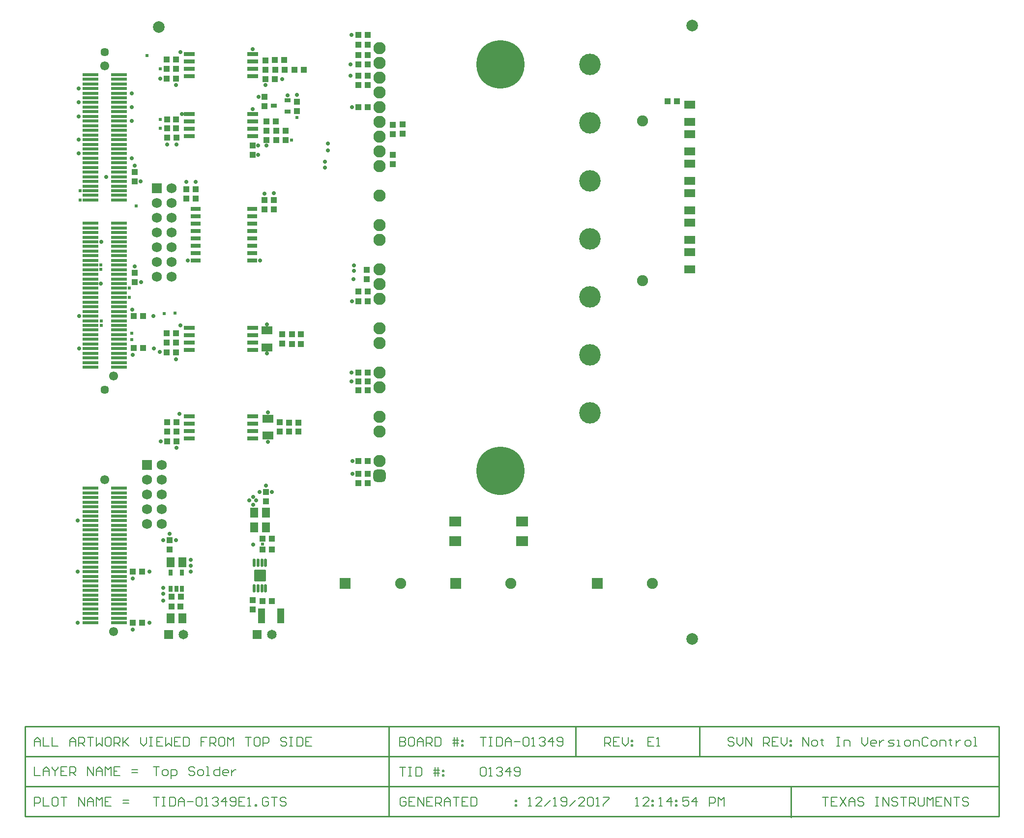
<source format=gts>
G04 Layer_Color=8388736*
%FSAX25Y25*%
%MOIN*%
G70*
G01*
G75*
%ADD24C,0.01000*%
%ADD31C,0.00800*%
%ADD40C,0.06496*%
%ADD61R,0.07677X0.05512*%
%ADD62R,0.04331X0.04134*%
G04:AMPARAMS|DCode=63|XSize=66.93mil|YSize=82.68mil|CornerRadius=3.86mil|HoleSize=0mil|Usage=FLASHONLY|Rotation=270.000|XOffset=0mil|YOffset=0mil|HoleType=Round|Shape=RoundedRectangle|*
%AMROUNDEDRECTD63*
21,1,0.06693,0.07496,0,0,270.0*
21,1,0.05921,0.08268,0,0,270.0*
1,1,0.00772,-0.03748,-0.02961*
1,1,0.00772,-0.03748,0.02961*
1,1,0.00772,0.03748,0.02961*
1,1,0.00772,0.03748,-0.02961*
%
%ADD63ROUNDEDRECTD63*%
%ADD64R,0.04134X0.04331*%
G04:AMPARAMS|DCode=65|XSize=27.56mil|YSize=43.31mil|CornerRadius=7.87mil|HoleSize=0mil|Usage=FLASHONLY|Rotation=270.000|XOffset=0mil|YOffset=0mil|HoleType=Round|Shape=RoundedRectangle|*
%AMROUNDEDRECTD65*
21,1,0.02756,0.02756,0,0,270.0*
21,1,0.01181,0.04331,0,0,270.0*
1,1,0.01575,-0.01378,-0.00591*
1,1,0.01575,-0.01378,0.00591*
1,1,0.01575,0.01378,0.00591*
1,1,0.01575,0.01378,-0.00591*
%
%ADD65ROUNDEDRECTD65*%
%ADD66R,0.05394X0.06694*%
G04:AMPARAMS|DCode=67|XSize=21.65mil|YSize=57.09mil|CornerRadius=10.83mil|HoleSize=0mil|Usage=FLASHONLY|Rotation=0.000|XOffset=0mil|YOffset=0mil|HoleType=Round|Shape=RoundedRectangle|*
%AMROUNDEDRECTD67*
21,1,0.02165,0.03543,0,0,0.0*
21,1,0.00000,0.05709,0,0,0.0*
1,1,0.02165,0.00000,-0.01772*
1,1,0.02165,0.00000,-0.01772*
1,1,0.02165,0.00000,0.01772*
1,1,0.02165,0.00000,0.01772*
%
%ADD67ROUNDEDRECTD67*%
G04:AMPARAMS|DCode=68|XSize=77.95mil|YSize=81.89mil|CornerRadius=3.82mil|HoleSize=0mil|Usage=FLASHONLY|Rotation=270.000|XOffset=0mil|YOffset=0mil|HoleType=Round|Shape=RoundedRectangle|*
%AMROUNDEDRECTD68*
21,1,0.07795,0.07425,0,0,270.0*
21,1,0.07032,0.08189,0,0,270.0*
1,1,0.00764,-0.03713,-0.03516*
1,1,0.00764,-0.03713,0.03516*
1,1,0.00764,0.03713,0.03516*
1,1,0.00764,0.03713,-0.03516*
%
%ADD68ROUNDEDRECTD68*%
%ADD69R,0.04724X0.10236*%
G04:AMPARAMS|DCode=70|XSize=27.56mil|YSize=43.31mil|CornerRadius=3.98mil|HoleSize=0mil|Usage=FLASHONLY|Rotation=180.000|XOffset=0mil|YOffset=0mil|HoleType=Round|Shape=RoundedRectangle|*
%AMROUNDEDRECTD70*
21,1,0.02756,0.03535,0,0,180.0*
21,1,0.01961,0.04331,0,0,180.0*
1,1,0.00795,-0.00980,0.01768*
1,1,0.00795,0.00980,0.01768*
1,1,0.00795,0.00980,-0.01768*
1,1,0.00795,-0.00980,-0.01768*
%
%ADD70ROUNDEDRECTD70*%
G04:AMPARAMS|DCode=71|XSize=27.56mil|YSize=74.8mil|CornerRadius=3.98mil|HoleSize=0mil|Usage=FLASHONLY|Rotation=270.000|XOffset=0mil|YOffset=0mil|HoleType=Round|Shape=RoundedRectangle|*
%AMROUNDEDRECTD71*
21,1,0.02756,0.06685,0,0,270.0*
21,1,0.01961,0.07480,0,0,270.0*
1,1,0.00795,-0.03342,-0.00980*
1,1,0.00795,-0.03342,0.00980*
1,1,0.00795,0.03342,0.00980*
1,1,0.00795,0.03342,-0.00980*
%
%ADD71ROUNDEDRECTD71*%
G04:AMPARAMS|DCode=72|XSize=27.56mil|YSize=68.9mil|CornerRadius=3.98mil|HoleSize=0mil|Usage=FLASHONLY|Rotation=90.000|XOffset=0mil|YOffset=0mil|HoleType=Round|Shape=RoundedRectangle|*
%AMROUNDEDRECTD72*
21,1,0.02756,0.06094,0,0,90.0*
21,1,0.01961,0.06890,0,0,90.0*
1,1,0.00795,0.03047,0.00980*
1,1,0.00795,0.03047,-0.00980*
1,1,0.00795,-0.03047,-0.00980*
1,1,0.00795,-0.03047,0.00980*
%
%ADD72ROUNDEDRECTD72*%
%ADD73R,0.11118X0.02362*%
%ADD74C,0.07874*%
%ADD75R,0.07480X0.07480*%
%ADD76C,0.07480*%
G04:AMPARAMS|DCode=77|XSize=83.66mil|YSize=83.66mil|CornerRadius=21.9mil|HoleSize=0mil|Usage=FLASHONLY|Rotation=0.000|XOffset=0mil|YOffset=0mil|HoleType=Round|Shape=RoundedRectangle|*
%AMROUNDEDRECTD77*
21,1,0.08366,0.03986,0,0,0.0*
21,1,0.03986,0.08366,0,0,0.0*
1,1,0.04380,0.01993,-0.01993*
1,1,0.04380,-0.01993,-0.01993*
1,1,0.04380,-0.01993,0.01993*
1,1,0.04380,0.01993,0.01993*
%
%ADD77ROUNDEDRECTD77*%
%ADD78C,0.08366*%
%ADD79C,0.14567*%
%ADD80R,0.06496X0.06496*%
%ADD81R,0.06890X0.06890*%
%ADD82C,0.06890*%
%ADD83C,0.06100*%
%ADD84C,0.05701*%
%ADD85C,0.32696*%
%ADD86C,0.02362*%
%ADD87C,0.02794*%
%ADD88C,0.02394*%
G54D24*
X0559400Y0039400D02*
Y0059683D01*
X0440500Y0040050D02*
X0700200D01*
Y0101050D01*
X0286500Y0040050D02*
Y0101050D01*
X0040000Y0040050D02*
Y0101050D01*
X0040050Y0040050D02*
X0197600D01*
X0040050D02*
Y0101050D01*
Y0101050D02*
X0700200D01*
X0040000Y0040050D02*
X0440500D01*
X0040000Y0060383D02*
X0700000D01*
X0040000Y0080717D02*
X0700200D01*
X0413200D02*
Y0101050D01*
X0497200Y0080717D02*
Y0101050D01*
G54D31*
X0126900Y0073549D02*
X0130899D01*
X0128899D01*
Y0067551D01*
X0133898D02*
X0135897D01*
X0136897Y0068550D01*
Y0070550D01*
X0135897Y0071549D01*
X0133898D01*
X0132898Y0070550D01*
Y0068550D01*
X0133898Y0067551D01*
X0138896Y0065551D02*
Y0071549D01*
X0141895D01*
X0142895Y0070550D01*
Y0068550D01*
X0141895Y0067551D01*
X0138896D01*
X0154891Y0072549D02*
X0153891Y0073549D01*
X0151892D01*
X0150892Y0072549D01*
Y0071549D01*
X0151892Y0070550D01*
X0153891D01*
X0154891Y0069550D01*
Y0068550D01*
X0153891Y0067551D01*
X0151892D01*
X0150892Y0068550D01*
X0157890Y0067551D02*
X0159889D01*
X0160889Y0068550D01*
Y0070550D01*
X0159889Y0071549D01*
X0157890D01*
X0156890Y0070550D01*
Y0068550D01*
X0157890Y0067551D01*
X0162888D02*
X0164888D01*
X0163888D01*
Y0073549D01*
X0162888D01*
X0171885D02*
Y0067551D01*
X0168886D01*
X0167887Y0068550D01*
Y0070550D01*
X0168886Y0071549D01*
X0171885D01*
X0176884Y0067551D02*
X0174884D01*
X0173885Y0068550D01*
Y0070550D01*
X0174884Y0071549D01*
X0176884D01*
X0177884Y0070550D01*
Y0069550D01*
X0173885D01*
X0179883Y0071549D02*
Y0067551D01*
Y0069550D01*
X0180883Y0070550D01*
X0181882Y0071549D01*
X0182882D01*
X0126900Y0073549D02*
X0130899D01*
X0128899D01*
Y0067551D01*
X0133898D02*
X0135897D01*
X0136897Y0068550D01*
Y0070550D01*
X0135897Y0071549D01*
X0133898D01*
X0132898Y0070550D01*
Y0068550D01*
X0133898Y0067551D01*
X0138896Y0065551D02*
Y0071549D01*
X0141895D01*
X0142895Y0070550D01*
Y0068550D01*
X0141895Y0067551D01*
X0138896D01*
X0154891Y0072549D02*
X0153891Y0073549D01*
X0151892D01*
X0150892Y0072549D01*
Y0071549D01*
X0151892Y0070550D01*
X0153891D01*
X0154891Y0069550D01*
Y0068550D01*
X0153891Y0067551D01*
X0151892D01*
X0150892Y0068550D01*
X0157890Y0067551D02*
X0159889D01*
X0160889Y0068550D01*
Y0070550D01*
X0159889Y0071549D01*
X0157890D01*
X0156890Y0070550D01*
Y0068550D01*
X0157890Y0067551D01*
X0162888D02*
X0164888D01*
X0163888D01*
Y0073549D01*
X0162888D01*
X0171885D02*
Y0067551D01*
X0168886D01*
X0167887Y0068550D01*
Y0070550D01*
X0168886Y0071549D01*
X0171885D01*
X0176884Y0067551D02*
X0174884D01*
X0173885Y0068550D01*
Y0070550D01*
X0174884Y0071549D01*
X0176884D01*
X0177884Y0070550D01*
Y0069550D01*
X0173885D01*
X0179883Y0071549D02*
Y0067551D01*
Y0069550D01*
X0180883Y0070550D01*
X0181882Y0071549D01*
X0182882D01*
X0348550Y0072498D02*
X0349550Y0073498D01*
X0351549D01*
X0352549Y0072498D01*
Y0068500D01*
X0351549Y0067500D01*
X0349550D01*
X0348550Y0068500D01*
Y0072498D01*
X0354548Y0067500D02*
X0356547D01*
X0355548D01*
Y0073498D01*
X0354548Y0072498D01*
X0359546D02*
X0360546Y0073498D01*
X0362545D01*
X0363545Y0072498D01*
Y0071499D01*
X0362545Y0070499D01*
X0361546D01*
X0362545D01*
X0363545Y0069499D01*
Y0068500D01*
X0362545Y0067500D01*
X0360546D01*
X0359546Y0068500D01*
X0368544Y0067500D02*
Y0073498D01*
X0365545Y0070499D01*
X0369543D01*
X0371543Y0068500D02*
X0372542Y0067500D01*
X0374542D01*
X0375541Y0068500D01*
Y0072498D01*
X0374542Y0073498D01*
X0372542D01*
X0371543Y0072498D01*
Y0071499D01*
X0372542Y0070499D01*
X0375541D01*
X0294000Y0073498D02*
X0297999D01*
X0295999D01*
Y0067500D01*
X0299998Y0073498D02*
X0301997D01*
X0300998D01*
Y0067500D01*
X0299998D01*
X0301997D01*
X0304996Y0073498D02*
Y0067500D01*
X0307996D01*
X0308995Y0068500D01*
Y0072498D01*
X0307996Y0073498D01*
X0304996D01*
X0317992Y0067500D02*
Y0073498D01*
X0319992D02*
Y0067500D01*
X0316993Y0071499D02*
X0319992D01*
X0320991D01*
X0316993Y0069499D02*
X0320991D01*
X0322991Y0071499D02*
X0323990D01*
Y0070499D01*
X0322991D01*
Y0071499D01*
Y0068500D02*
X0323990D01*
Y0067500D01*
X0322991D01*
Y0068500D01*
X0580500Y0052965D02*
X0584499D01*
X0582499D01*
Y0046966D01*
X0590497Y0052965D02*
X0586498D01*
Y0046966D01*
X0590497D01*
X0586498Y0049966D02*
X0588497D01*
X0592496Y0052965D02*
X0596495Y0046966D01*
Y0052965D02*
X0592496Y0046966D01*
X0598494D02*
Y0050965D01*
X0600493Y0052965D01*
X0602493Y0050965D01*
Y0046966D01*
Y0049966D01*
X0598494D01*
X0608491Y0051965D02*
X0607491Y0052965D01*
X0605492D01*
X0604492Y0051965D01*
Y0050965D01*
X0605492Y0049966D01*
X0607491D01*
X0608491Y0048966D01*
Y0047966D01*
X0607491Y0046966D01*
X0605492D01*
X0604492Y0047966D01*
X0616488Y0052965D02*
X0618488D01*
X0617488D01*
Y0046966D01*
X0616488D01*
X0618488D01*
X0621487D02*
Y0052965D01*
X0625486Y0046966D01*
Y0052965D01*
X0631484Y0051965D02*
X0630484Y0052965D01*
X0628484D01*
X0627485Y0051965D01*
Y0050965D01*
X0628484Y0049966D01*
X0630484D01*
X0631484Y0048966D01*
Y0047966D01*
X0630484Y0046966D01*
X0628484D01*
X0627485Y0047966D01*
X0633483Y0052965D02*
X0637482D01*
X0635482D01*
Y0046966D01*
X0639481D02*
Y0052965D01*
X0642480D01*
X0643480Y0051965D01*
Y0049966D01*
X0642480Y0048966D01*
X0639481D01*
X0641480D02*
X0643480Y0046966D01*
X0645479Y0052965D02*
Y0047966D01*
X0646479Y0046966D01*
X0648478D01*
X0649478Y0047966D01*
Y0052965D01*
X0651477Y0046966D02*
Y0052965D01*
X0653476Y0050965D01*
X0655476Y0052965D01*
Y0046966D01*
X0661474Y0052965D02*
X0657475D01*
Y0046966D01*
X0661474D01*
X0657475Y0049966D02*
X0659474D01*
X0663473Y0046966D02*
Y0052965D01*
X0667472Y0046966D01*
Y0052965D01*
X0669471D02*
X0673470D01*
X0671471D01*
Y0046966D01*
X0679468Y0051965D02*
X0678468Y0052965D01*
X0676469D01*
X0675469Y0051965D01*
Y0050965D01*
X0676469Y0049966D01*
X0678468D01*
X0679468Y0048966D01*
Y0047966D01*
X0678468Y0046966D01*
X0676469D01*
X0675469Y0047966D01*
X0454050Y0046966D02*
X0456049D01*
X0455050D01*
Y0052965D01*
X0454050Y0051965D01*
X0463047Y0046966D02*
X0459048D01*
X0463047Y0050965D01*
Y0051965D01*
X0462047Y0052965D01*
X0460048D01*
X0459048Y0051965D01*
X0465046Y0050965D02*
X0466046D01*
Y0049966D01*
X0465046D01*
Y0050965D01*
Y0047966D02*
X0466046D01*
Y0046966D01*
X0465046D01*
Y0047966D01*
X0470045Y0046966D02*
X0472044D01*
X0471044D01*
Y0052965D01*
X0470045Y0051965D01*
X0478042Y0046966D02*
Y0052965D01*
X0475043Y0049966D01*
X0479042D01*
X0481041Y0050965D02*
X0482041D01*
Y0049966D01*
X0481041D01*
Y0050965D01*
Y0047966D02*
X0482041D01*
Y0046966D01*
X0481041D01*
Y0047966D01*
X0490038Y0052965D02*
X0486040D01*
Y0049966D01*
X0488039Y0050965D01*
X0489039D01*
X0490038Y0049966D01*
Y0047966D01*
X0489039Y0046966D01*
X0487039D01*
X0486040Y0047966D01*
X0495037Y0046966D02*
Y0052965D01*
X0492038Y0049966D01*
X0496036D01*
X0504034Y0046966D02*
Y0052965D01*
X0507033D01*
X0508033Y0051965D01*
Y0049966D01*
X0507033Y0048966D01*
X0504034D01*
X0510032Y0046966D02*
Y0052965D01*
X0512031Y0050965D01*
X0514031Y0052965D01*
Y0046966D01*
X0046350D02*
Y0052965D01*
X0049349D01*
X0050349Y0051965D01*
Y0049966D01*
X0049349Y0048966D01*
X0046350D01*
X0052348Y0052965D02*
Y0046966D01*
X0056347D01*
X0061345Y0052965D02*
X0059346D01*
X0058346Y0051965D01*
Y0047966D01*
X0059346Y0046966D01*
X0061345D01*
X0062345Y0047966D01*
Y0051965D01*
X0061345Y0052965D01*
X0064344D02*
X0068343D01*
X0066343D01*
Y0046966D01*
X0076340D02*
Y0052965D01*
X0080339Y0046966D01*
Y0052965D01*
X0082338Y0046966D02*
Y0050965D01*
X0084338Y0052965D01*
X0086337Y0050965D01*
Y0046966D01*
Y0049966D01*
X0082338D01*
X0088336Y0046966D02*
Y0052965D01*
X0090336Y0050965D01*
X0092335Y0052965D01*
Y0046966D01*
X0098333Y0052965D02*
X0094335D01*
Y0046966D01*
X0098333D01*
X0094335Y0049966D02*
X0096334D01*
X0106331Y0048966D02*
X0110329D01*
X0106331Y0050965D02*
X0110329D01*
X0046350Y0073549D02*
Y0067551D01*
X0050349D01*
X0052348D02*
Y0071549D01*
X0054347Y0073549D01*
X0056347Y0071549D01*
Y0067551D01*
Y0070550D01*
X0052348D01*
X0058346Y0073549D02*
Y0072549D01*
X0060346Y0070550D01*
X0062345Y0072549D01*
Y0073549D01*
X0060346Y0070550D02*
Y0067551D01*
X0068343Y0073549D02*
X0064344D01*
Y0067551D01*
X0068343D01*
X0064344Y0070550D02*
X0066343D01*
X0070342Y0067551D02*
Y0073549D01*
X0073341D01*
X0074341Y0072549D01*
Y0070550D01*
X0073341Y0069550D01*
X0070342D01*
X0072342D02*
X0074341Y0067551D01*
X0082338D02*
Y0073549D01*
X0086337Y0067551D01*
Y0073549D01*
X0088336Y0067551D02*
Y0071549D01*
X0090336Y0073549D01*
X0092335Y0071549D01*
Y0067551D01*
Y0070550D01*
X0088336D01*
X0094335Y0067551D02*
Y0073549D01*
X0096334Y0071549D01*
X0098333Y0073549D01*
Y0067551D01*
X0104331Y0073549D02*
X0100332D01*
Y0067551D01*
X0104331D01*
X0100332Y0070550D02*
X0102332D01*
X0112329Y0069550D02*
X0116327D01*
X0112329Y0071549D02*
X0116327D01*
X0294000Y0093831D02*
Y0087833D01*
X0296999D01*
X0297999Y0088833D01*
Y0089833D01*
X0296999Y0090832D01*
X0294000D01*
X0296999D01*
X0297999Y0091832D01*
Y0092832D01*
X0296999Y0093831D01*
X0294000D01*
X0302997D02*
X0300998D01*
X0299998Y0092832D01*
Y0088833D01*
X0300998Y0087833D01*
X0302997D01*
X0303997Y0088833D01*
Y0092832D01*
X0302997Y0093831D01*
X0305996Y0087833D02*
Y0091832D01*
X0307996Y0093831D01*
X0309995Y0091832D01*
Y0087833D01*
Y0090832D01*
X0305996D01*
X0311994Y0087833D02*
Y0093831D01*
X0314993D01*
X0315993Y0092832D01*
Y0090832D01*
X0314993Y0089833D01*
X0311994D01*
X0313994D02*
X0315993Y0087833D01*
X0317992Y0093831D02*
Y0087833D01*
X0320991D01*
X0321991Y0088833D01*
Y0092832D01*
X0320991Y0093831D01*
X0317992D01*
X0330988Y0087833D02*
Y0093831D01*
X0332987D02*
Y0087833D01*
X0329988Y0091832D02*
X0332987D01*
X0333987D01*
X0329988Y0089833D02*
X0333987D01*
X0335986Y0091832D02*
X0336986D01*
Y0090832D01*
X0335986D01*
Y0091832D01*
Y0088833D02*
X0336986D01*
Y0087833D01*
X0335986D01*
Y0088833D01*
X0348550Y0093831D02*
X0352549D01*
X0350549D01*
Y0087833D01*
X0354548Y0093831D02*
X0356547D01*
X0355548D01*
Y0087833D01*
X0354548D01*
X0356547D01*
X0359546Y0093831D02*
Y0087833D01*
X0362545D01*
X0363545Y0088833D01*
Y0092832D01*
X0362545Y0093831D01*
X0359546D01*
X0365545Y0087833D02*
Y0091832D01*
X0367544Y0093831D01*
X0369543Y0091832D01*
Y0087833D01*
Y0090832D01*
X0365545D01*
X0371543D02*
X0375541D01*
X0377541Y0092832D02*
X0378540Y0093831D01*
X0380540D01*
X0381539Y0092832D01*
Y0088833D01*
X0380540Y0087833D01*
X0378540D01*
X0377541Y0088833D01*
Y0092832D01*
X0383539Y0087833D02*
X0385538D01*
X0384538D01*
Y0093831D01*
X0383539Y0092832D01*
X0388537D02*
X0389537Y0093831D01*
X0391536D01*
X0392536Y0092832D01*
Y0091832D01*
X0391536Y0090832D01*
X0390536D01*
X0391536D01*
X0392536Y0089833D01*
Y0088833D01*
X0391536Y0087833D01*
X0389537D01*
X0388537Y0088833D01*
X0397534Y0087833D02*
Y0093831D01*
X0394535Y0090832D01*
X0398534D01*
X0400533Y0088833D02*
X0401533Y0087833D01*
X0403532D01*
X0404532Y0088833D01*
Y0092832D01*
X0403532Y0093831D01*
X0401533D01*
X0400533Y0092832D01*
Y0091832D01*
X0401533Y0090832D01*
X0404532D01*
X0466149Y0093831D02*
X0462150D01*
Y0087833D01*
X0466149D01*
X0462150Y0090832D02*
X0464149D01*
X0468148Y0087833D02*
X0470147D01*
X0469148D01*
Y0093831D01*
X0468148Y0092832D01*
X0046350Y0087833D02*
Y0091832D01*
X0048349Y0093831D01*
X0050349Y0091832D01*
Y0087833D01*
Y0090832D01*
X0046350D01*
X0052348Y0093831D02*
Y0087833D01*
X0056347D01*
X0058346Y0093831D02*
Y0087833D01*
X0062345D01*
X0070342D02*
Y0091832D01*
X0072342Y0093831D01*
X0074341Y0091832D01*
Y0087833D01*
Y0090832D01*
X0070342D01*
X0076340Y0087833D02*
Y0093831D01*
X0079339D01*
X0080339Y0092832D01*
Y0090832D01*
X0079339Y0089833D01*
X0076340D01*
X0078340D02*
X0080339Y0087833D01*
X0082338Y0093831D02*
X0086337D01*
X0084338D01*
Y0087833D01*
X0088336Y0093831D02*
Y0087833D01*
X0090336Y0089833D01*
X0092335Y0087833D01*
Y0093831D01*
X0097334D02*
X0095334D01*
X0094335Y0092832D01*
Y0088833D01*
X0095334Y0087833D01*
X0097334D01*
X0098333Y0088833D01*
Y0092832D01*
X0097334Y0093831D01*
X0100332Y0087833D02*
Y0093831D01*
X0103332D01*
X0104331Y0092832D01*
Y0090832D01*
X0103332Y0089833D01*
X0100332D01*
X0102332D02*
X0104331Y0087833D01*
X0106331Y0093831D02*
Y0087833D01*
Y0089833D01*
X0110329Y0093831D01*
X0107330Y0090832D01*
X0110329Y0087833D01*
X0118327Y0093831D02*
Y0089833D01*
X0120326Y0087833D01*
X0122325Y0089833D01*
Y0093831D01*
X0124325D02*
X0126324D01*
X0125324D01*
Y0087833D01*
X0124325D01*
X0126324D01*
X0133322Y0093831D02*
X0129323D01*
Y0087833D01*
X0133322D01*
X0129323Y0090832D02*
X0131323D01*
X0135321Y0093831D02*
Y0087833D01*
X0137321Y0089833D01*
X0139320Y0087833D01*
Y0093831D01*
X0145318D02*
X0141319D01*
Y0087833D01*
X0145318D01*
X0141319Y0090832D02*
X0143319D01*
X0147317Y0093831D02*
Y0087833D01*
X0150316D01*
X0151316Y0088833D01*
Y0092832D01*
X0150316Y0093831D01*
X0147317D01*
X0163312D02*
X0159313D01*
Y0090832D01*
X0161313D01*
X0159313D01*
Y0087833D01*
X0165312D02*
Y0093831D01*
X0168310D01*
X0169310Y0092832D01*
Y0090832D01*
X0168310Y0089833D01*
X0165312D01*
X0167311D02*
X0169310Y0087833D01*
X0174309Y0093831D02*
X0172309D01*
X0171310Y0092832D01*
Y0088833D01*
X0172309Y0087833D01*
X0174309D01*
X0175308Y0088833D01*
Y0092832D01*
X0174309Y0093831D01*
X0177308Y0087833D02*
Y0093831D01*
X0179307Y0091832D01*
X0181306Y0093831D01*
Y0087833D01*
X0189304Y0093831D02*
X0193303D01*
X0191303D01*
Y0087833D01*
X0198301Y0093831D02*
X0196301D01*
X0195302Y0092832D01*
Y0088833D01*
X0196301Y0087833D01*
X0198301D01*
X0199301Y0088833D01*
Y0092832D01*
X0198301Y0093831D01*
X0201300Y0087833D02*
Y0093831D01*
X0204299D01*
X0205299Y0092832D01*
Y0090832D01*
X0204299Y0089833D01*
X0201300D01*
X0217295Y0092832D02*
X0216295Y0093831D01*
X0214296D01*
X0213296Y0092832D01*
Y0091832D01*
X0214296Y0090832D01*
X0216295D01*
X0217295Y0089833D01*
Y0088833D01*
X0216295Y0087833D01*
X0214296D01*
X0213296Y0088833D01*
X0219294Y0093831D02*
X0221293D01*
X0220294D01*
Y0087833D01*
X0219294D01*
X0221293D01*
X0224292Y0093831D02*
Y0087833D01*
X0227291D01*
X0228291Y0088833D01*
Y0092832D01*
X0227291Y0093831D01*
X0224292D01*
X0234289D02*
X0230291D01*
Y0087833D01*
X0234289D01*
X0230291Y0090832D02*
X0232290D01*
X0298199Y0051965D02*
X0297199Y0052965D01*
X0295200D01*
X0294200Y0051965D01*
Y0047966D01*
X0295200Y0046966D01*
X0297199D01*
X0298199Y0047966D01*
Y0049966D01*
X0296199D01*
X0304197Y0052965D02*
X0300198D01*
Y0046966D01*
X0304197D01*
X0300198Y0049966D02*
X0302197D01*
X0306196Y0046966D02*
Y0052965D01*
X0310195Y0046966D01*
Y0052965D01*
X0316193D02*
X0312194D01*
Y0046966D01*
X0316193D01*
X0312194Y0049966D02*
X0314194D01*
X0318192Y0046966D02*
Y0052965D01*
X0321191D01*
X0322191Y0051965D01*
Y0049966D01*
X0321191Y0048966D01*
X0318192D01*
X0320192D02*
X0322191Y0046966D01*
X0324190D02*
Y0050965D01*
X0326190Y0052965D01*
X0328189Y0050965D01*
Y0046966D01*
Y0049966D01*
X0324190D01*
X0330188Y0052965D02*
X0334187D01*
X0332188D01*
Y0046966D01*
X0340185Y0052965D02*
X0336186D01*
Y0046966D01*
X0340185D01*
X0336186Y0049966D02*
X0338186D01*
X0342184Y0052965D02*
Y0046966D01*
X0345183D01*
X0346183Y0047966D01*
Y0051965D01*
X0345183Y0052965D01*
X0342184D01*
X0372175Y0050965D02*
X0373175D01*
Y0049966D01*
X0372175D01*
Y0050965D01*
Y0047966D02*
X0373175D01*
Y0046966D01*
X0372175D01*
Y0047966D01*
X0381150Y0046966D02*
X0383149D01*
X0382150D01*
Y0052965D01*
X0381150Y0051965D01*
X0390147Y0046966D02*
X0386148D01*
X0390147Y0050965D01*
Y0051965D01*
X0389147Y0052965D01*
X0387148D01*
X0386148Y0051965D01*
X0392146Y0046966D02*
X0396145Y0050965D01*
X0398145Y0046966D02*
X0400144D01*
X0399144D01*
Y0052965D01*
X0398145Y0051965D01*
X0403143Y0047966D02*
X0404143Y0046966D01*
X0406142D01*
X0407142Y0047966D01*
Y0051965D01*
X0406142Y0052965D01*
X0404143D01*
X0403143Y0051965D01*
Y0050965D01*
X0404143Y0049966D01*
X0407142D01*
X0409141Y0046966D02*
X0413140Y0050965D01*
X0419138Y0046966D02*
X0415139D01*
X0419138Y0050965D01*
Y0051965D01*
X0418138Y0052965D01*
X0416139D01*
X0415139Y0051965D01*
X0421137D02*
X0422137Y0052965D01*
X0424136D01*
X0425136Y0051965D01*
Y0047966D01*
X0424136Y0046966D01*
X0422137D01*
X0421137Y0047966D01*
Y0051965D01*
X0427135Y0046966D02*
X0429135D01*
X0428135D01*
Y0052965D01*
X0427135Y0051965D01*
X0432133Y0052965D02*
X0436132D01*
Y0051965D01*
X0432133Y0047966D01*
Y0046966D01*
X0126900Y0052965D02*
X0130899D01*
X0128899D01*
Y0046966D01*
X0132898Y0052965D02*
X0134897D01*
X0133898D01*
Y0046966D01*
X0132898D01*
X0134897D01*
X0137896Y0052965D02*
Y0046966D01*
X0140895D01*
X0141895Y0047966D01*
Y0051965D01*
X0140895Y0052965D01*
X0137896D01*
X0143895Y0046966D02*
Y0050965D01*
X0145894Y0052965D01*
X0147893Y0050965D01*
Y0046966D01*
Y0049966D01*
X0143895D01*
X0149893D02*
X0153891D01*
X0155891Y0051965D02*
X0156890Y0052965D01*
X0158890D01*
X0159889Y0051965D01*
Y0047966D01*
X0158890Y0046966D01*
X0156890D01*
X0155891Y0047966D01*
Y0051965D01*
X0161889Y0046966D02*
X0163888D01*
X0162888D01*
Y0052965D01*
X0161889Y0051965D01*
X0166887D02*
X0167887Y0052965D01*
X0169886D01*
X0170886Y0051965D01*
Y0050965D01*
X0169886Y0049966D01*
X0168886D01*
X0169886D01*
X0170886Y0048966D01*
Y0047966D01*
X0169886Y0046966D01*
X0167887D01*
X0166887Y0047966D01*
X0175884Y0046966D02*
Y0052965D01*
X0172885Y0049966D01*
X0176884D01*
X0178883Y0047966D02*
X0179883Y0046966D01*
X0181882D01*
X0182882Y0047966D01*
Y0051965D01*
X0181882Y0052965D01*
X0179883D01*
X0178883Y0051965D01*
Y0050965D01*
X0179883Y0049966D01*
X0182882D01*
X0188880Y0052965D02*
X0184881D01*
Y0046966D01*
X0188880D01*
X0184881Y0049966D02*
X0186881D01*
X0190879Y0046966D02*
X0192879D01*
X0191879D01*
Y0052965D01*
X0190879Y0051965D01*
X0195878Y0046966D02*
Y0047966D01*
X0196877D01*
Y0046966D01*
X0195878D01*
X0204875Y0051965D02*
X0203875Y0052965D01*
X0201876D01*
X0200876Y0051965D01*
Y0047966D01*
X0201876Y0046966D01*
X0203875D01*
X0204875Y0047966D01*
Y0049966D01*
X0202875D01*
X0206874Y0052965D02*
X0210873D01*
X0208874D01*
Y0046966D01*
X0216871Y0051965D02*
X0215871Y0052965D01*
X0213872D01*
X0212872Y0051965D01*
Y0050965D01*
X0213872Y0049966D01*
X0215871D01*
X0216871Y0048966D01*
Y0047966D01*
X0215871Y0046966D01*
X0213872D01*
X0212872Y0047966D01*
X0433000Y0087833D02*
Y0093831D01*
X0435999D01*
X0436999Y0092832D01*
Y0090832D01*
X0435999Y0089833D01*
X0433000D01*
X0434999D02*
X0436999Y0087833D01*
X0442997Y0093831D02*
X0438998D01*
Y0087833D01*
X0442997D01*
X0438998Y0090832D02*
X0440997D01*
X0444996Y0093831D02*
Y0089833D01*
X0446995Y0087833D01*
X0448995Y0089833D01*
Y0093831D01*
X0450994Y0091832D02*
X0451994D01*
Y0090832D01*
X0450994D01*
Y0091832D01*
Y0088833D02*
X0451994D01*
Y0087833D01*
X0450994D01*
Y0088833D01*
X0520799Y0092832D02*
X0519799Y0093831D01*
X0517800D01*
X0516800Y0092832D01*
Y0091832D01*
X0517800Y0090832D01*
X0519799D01*
X0520799Y0089833D01*
Y0088833D01*
X0519799Y0087833D01*
X0517800D01*
X0516800Y0088833D01*
X0522798Y0093831D02*
Y0089833D01*
X0524797Y0087833D01*
X0526797Y0089833D01*
Y0093831D01*
X0528796Y0087833D02*
Y0093831D01*
X0532795Y0087833D01*
Y0093831D01*
X0540792Y0087833D02*
Y0093831D01*
X0543791D01*
X0544791Y0092832D01*
Y0090832D01*
X0543791Y0089833D01*
X0540792D01*
X0542792D02*
X0544791Y0087833D01*
X0550789Y0093831D02*
X0546790D01*
Y0087833D01*
X0550789D01*
X0546790Y0090832D02*
X0548790D01*
X0552788Y0093831D02*
Y0089833D01*
X0554788Y0087833D01*
X0556787Y0089833D01*
Y0093831D01*
X0558786Y0091832D02*
X0559786D01*
Y0090832D01*
X0558786D01*
Y0091832D01*
Y0088833D02*
X0559786D01*
Y0087833D01*
X0558786D01*
Y0088833D01*
X0567400Y0087833D02*
Y0093831D01*
X0571399Y0087833D01*
Y0093831D01*
X0574398Y0087833D02*
X0576397D01*
X0577397Y0088833D01*
Y0090832D01*
X0576397Y0091832D01*
X0574398D01*
X0573398Y0090832D01*
Y0088833D01*
X0574398Y0087833D01*
X0580396Y0092832D02*
Y0091832D01*
X0579396D01*
X0581395D01*
X0580396D01*
Y0088833D01*
X0581395Y0087833D01*
X0590393Y0093831D02*
X0592392D01*
X0591392D01*
Y0087833D01*
X0590393D01*
X0592392D01*
X0595391D02*
Y0091832D01*
X0598390D01*
X0599390Y0090832D01*
Y0087833D01*
X0607387Y0093831D02*
Y0089833D01*
X0609386Y0087833D01*
X0611386Y0089833D01*
Y0093831D01*
X0616384Y0087833D02*
X0614385D01*
X0613385Y0088833D01*
Y0090832D01*
X0614385Y0091832D01*
X0616384D01*
X0617384Y0090832D01*
Y0089833D01*
X0613385D01*
X0619383Y0091832D02*
Y0087833D01*
Y0089833D01*
X0620383Y0090832D01*
X0621383Y0091832D01*
X0622382D01*
X0625381Y0087833D02*
X0628380D01*
X0629380Y0088833D01*
X0628380Y0089833D01*
X0626381D01*
X0625381Y0090832D01*
X0626381Y0091832D01*
X0629380D01*
X0631379Y0087833D02*
X0633379D01*
X0632379D01*
Y0091832D01*
X0631379D01*
X0637377Y0087833D02*
X0639377D01*
X0640376Y0088833D01*
Y0090832D01*
X0639377Y0091832D01*
X0637377D01*
X0636378Y0090832D01*
Y0088833D01*
X0637377Y0087833D01*
X0642376D02*
Y0091832D01*
X0645375D01*
X0646374Y0090832D01*
Y0087833D01*
X0652373Y0092832D02*
X0651373Y0093831D01*
X0649373D01*
X0648374Y0092832D01*
Y0088833D01*
X0649373Y0087833D01*
X0651373D01*
X0652373Y0088833D01*
X0655372Y0087833D02*
X0657371D01*
X0658371Y0088833D01*
Y0090832D01*
X0657371Y0091832D01*
X0655372D01*
X0654372Y0090832D01*
Y0088833D01*
X0655372Y0087833D01*
X0660370D02*
Y0091832D01*
X0663369D01*
X0664369Y0090832D01*
Y0087833D01*
X0667368Y0092832D02*
Y0091832D01*
X0666368D01*
X0668367D01*
X0667368D01*
Y0088833D01*
X0668367Y0087833D01*
X0671366Y0091832D02*
Y0087833D01*
Y0089833D01*
X0672366Y0090832D01*
X0673366Y0091832D01*
X0674365D01*
X0678364Y0087833D02*
X0680364D01*
X0681363Y0088833D01*
Y0090832D01*
X0680364Y0091832D01*
X0678364D01*
X0677364Y0090832D01*
Y0088833D01*
X0678364Y0087833D01*
X0683362D02*
X0685362D01*
X0684362D01*
Y0093831D01*
X0683362D01*
G54D40*
X0207200Y0163400D02*
D03*
X0147200D02*
D03*
G54D61*
X0490700Y0411191D02*
D03*
Y0422609D02*
D03*
Y0431191D02*
D03*
Y0442609D02*
D03*
Y0451191D02*
D03*
Y0462609D02*
D03*
Y0471191D02*
D03*
Y0482609D02*
D03*
Y0491191D02*
D03*
Y0502609D02*
D03*
Y0511191D02*
D03*
Y0522609D02*
D03*
X0203900Y0369609D02*
D03*
Y0358191D02*
D03*
X0204500Y0309709D02*
D03*
Y0298291D02*
D03*
G54D62*
X0475550Y0524900D02*
D03*
X0481850D02*
D03*
X0272350Y0280900D02*
D03*
X0266050D02*
D03*
X0272350Y0340900D02*
D03*
X0266050D02*
D03*
X0272350Y0520900D02*
D03*
X0266050D02*
D03*
Y0535900D02*
D03*
X0272350D02*
D03*
X0272350Y0542400D02*
D03*
X0266050D02*
D03*
X0272350Y0549900D02*
D03*
X0266050D02*
D03*
X0266050Y0556400D02*
D03*
X0272350D02*
D03*
X0266050Y0563400D02*
D03*
X0272350D02*
D03*
X0272350Y0569900D02*
D03*
X0266050D02*
D03*
X0215750Y0552900D02*
D03*
X0209450D02*
D03*
X0215850Y0546500D02*
D03*
X0209550D02*
D03*
X0228850Y0546400D02*
D03*
X0222550D02*
D03*
X0203050Y0540000D02*
D03*
X0209350D02*
D03*
X0209850Y0511400D02*
D03*
X0203550D02*
D03*
X0227100Y0360500D02*
D03*
X0220801D02*
D03*
X0227100Y0367000D02*
D03*
X0220801D02*
D03*
X0225350Y0301050D02*
D03*
X0219050D02*
D03*
X0225350Y0307050D02*
D03*
X0219050D02*
D03*
X0201050Y0228400D02*
D03*
X0207350D02*
D03*
X0201050Y0220900D02*
D03*
X0207350D02*
D03*
X0207350Y0185900D02*
D03*
X0201050D02*
D03*
X0113050Y0171400D02*
D03*
X0119350D02*
D03*
X0145550Y0188900D02*
D03*
X0139250D02*
D03*
X0113050Y0205900D02*
D03*
X0119350D02*
D03*
X0113599Y0357539D02*
D03*
X0119899D02*
D03*
X0113550Y0379400D02*
D03*
X0119850D02*
D03*
X0142450Y0506600D02*
D03*
X0136150D02*
D03*
X0142450Y0512800D02*
D03*
X0136150D02*
D03*
X0266050Y0395900D02*
D03*
X0272350D02*
D03*
X0266050Y0328900D02*
D03*
X0272350D02*
D03*
X0266050Y0265900D02*
D03*
X0272350D02*
D03*
X0142350Y0546900D02*
D03*
X0136050D02*
D03*
X0142350Y0553400D02*
D03*
X0136050D02*
D03*
X0142350Y0361254D02*
D03*
X0136050D02*
D03*
X0142350Y0367754D02*
D03*
X0136050D02*
D03*
X0142480Y0300900D02*
D03*
X0136180D02*
D03*
X0142480Y0307400D02*
D03*
X0136180D02*
D03*
X0272350Y0389400D02*
D03*
X0266050D02*
D03*
X0272350Y0334900D02*
D03*
X0266050D02*
D03*
X0272350Y0272400D02*
D03*
X0266050D02*
D03*
X0142350Y0540400D02*
D03*
X0136050D02*
D03*
X0142350Y0354754D02*
D03*
X0136050D02*
D03*
X0142480Y0294400D02*
D03*
X0136180D02*
D03*
X0136250Y0500300D02*
D03*
X0142550D02*
D03*
X0145450Y0182400D02*
D03*
X0139150D02*
D03*
G54D63*
X0377074Y0240093D02*
D03*
Y0226707D02*
D03*
X0331700Y0240093D02*
D03*
Y0226707D02*
D03*
G54D64*
X0271700Y0404250D02*
D03*
Y0410550D02*
D03*
X0289330Y0488719D02*
D03*
Y0482420D02*
D03*
X0289200Y0502750D02*
D03*
Y0509050D02*
D03*
X0295830Y0502920D02*
D03*
Y0509219D02*
D03*
X0202200Y0521750D02*
D03*
Y0528050D02*
D03*
X0224200Y0524550D02*
D03*
Y0518250D02*
D03*
X0203700Y0498750D02*
D03*
Y0505050D02*
D03*
X0210200Y0505050D02*
D03*
Y0498750D02*
D03*
X0216700Y0498750D02*
D03*
Y0505050D02*
D03*
X0194200Y0488750D02*
D03*
Y0495050D02*
D03*
X0208700Y0451750D02*
D03*
Y0458050D02*
D03*
X0202200Y0451750D02*
D03*
Y0458050D02*
D03*
X0214300Y0360650D02*
D03*
Y0366950D02*
D03*
X0212700Y0300900D02*
D03*
Y0307199D02*
D03*
X0203200Y0253750D02*
D03*
Y0260050D02*
D03*
X0194200Y0186550D02*
D03*
Y0180250D02*
D03*
X0138000Y0221050D02*
D03*
Y0227350D02*
D03*
X0114200Y0402278D02*
D03*
Y0408577D02*
D03*
X0149300Y0465350D02*
D03*
Y0459050D02*
D03*
X0114200Y0470750D02*
D03*
Y0477050D02*
D03*
X0155500Y0459050D02*
D03*
Y0465350D02*
D03*
X0203000Y0552750D02*
D03*
Y0546450D02*
D03*
G54D65*
X0208476Y0521900D02*
D03*
X0217924Y0525640D02*
D03*
Y0518160D02*
D03*
G54D66*
X0195200Y0245900D02*
D03*
X0203200D02*
D03*
X0195200Y0235900D02*
D03*
X0203200D02*
D03*
X0146500Y0174500D02*
D03*
X0138500D02*
D03*
X0138600Y0212500D02*
D03*
X0146600D02*
D03*
G54D67*
X0195361Y0194640D02*
D03*
X0197921D02*
D03*
X0200480D02*
D03*
X0195361Y0212160D02*
D03*
X0197921D02*
D03*
X0200480D02*
D03*
X0203039Y0194640D02*
D03*
Y0212160D02*
D03*
G54D68*
X0199200Y0203400D02*
D03*
G54D69*
X0200204Y0175900D02*
D03*
X0213196D02*
D03*
G54D70*
X0138760Y0194387D02*
D03*
X0142500D02*
D03*
X0146240D02*
D03*
Y0205213D02*
D03*
X0138760D02*
D03*
G54D71*
X0194157Y0541900D02*
D03*
Y0546900D02*
D03*
Y0551900D02*
D03*
Y0556900D02*
D03*
X0151243Y0541900D02*
D03*
Y0546900D02*
D03*
Y0551900D02*
D03*
Y0556900D02*
D03*
X0194157Y0356400D02*
D03*
Y0361400D02*
D03*
Y0366400D02*
D03*
Y0371400D02*
D03*
X0151243Y0356400D02*
D03*
Y0361400D02*
D03*
Y0366400D02*
D03*
Y0371400D02*
D03*
X0194157Y0296400D02*
D03*
Y0301400D02*
D03*
Y0306400D02*
D03*
Y0311400D02*
D03*
X0151243Y0296400D02*
D03*
Y0301400D02*
D03*
Y0306400D02*
D03*
Y0311400D02*
D03*
X0194157Y0501400D02*
D03*
Y0506400D02*
D03*
Y0511400D02*
D03*
Y0516400D02*
D03*
X0151243Y0501400D02*
D03*
Y0506400D02*
D03*
Y0511400D02*
D03*
Y0516400D02*
D03*
G54D72*
X0193893Y0416900D02*
D03*
Y0421900D02*
D03*
Y0426900D02*
D03*
Y0431900D02*
D03*
Y0436900D02*
D03*
Y0441900D02*
D03*
Y0446900D02*
D03*
Y0451900D02*
D03*
X0155507Y0416900D02*
D03*
Y0421900D02*
D03*
Y0426900D02*
D03*
Y0431900D02*
D03*
Y0436900D02*
D03*
Y0441900D02*
D03*
Y0446900D02*
D03*
Y0451900D02*
D03*
G54D73*
X0084276Y0262602D02*
D03*
Y0259452D02*
D03*
Y0256303D02*
D03*
Y0253153D02*
D03*
Y0250004D02*
D03*
Y0246854D02*
D03*
Y0243704D02*
D03*
Y0240555D02*
D03*
Y0237405D02*
D03*
Y0234256D02*
D03*
Y0231106D02*
D03*
Y0227956D02*
D03*
Y0224807D02*
D03*
Y0221657D02*
D03*
Y0218507D02*
D03*
Y0215358D02*
D03*
Y0212208D02*
D03*
Y0209059D02*
D03*
Y0205909D02*
D03*
Y0202759D02*
D03*
Y0199610D02*
D03*
Y0196460D02*
D03*
Y0193311D02*
D03*
Y0190161D02*
D03*
Y0187011D02*
D03*
Y0183862D02*
D03*
Y0180712D02*
D03*
Y0177563D02*
D03*
Y0174413D02*
D03*
Y0171263D02*
D03*
X0103662Y0262602D02*
D03*
Y0259452D02*
D03*
Y0256303D02*
D03*
Y0253153D02*
D03*
Y0250004D02*
D03*
Y0246854D02*
D03*
Y0243704D02*
D03*
Y0240555D02*
D03*
Y0237405D02*
D03*
Y0234256D02*
D03*
Y0231106D02*
D03*
Y0227956D02*
D03*
Y0224807D02*
D03*
Y0221657D02*
D03*
Y0218507D02*
D03*
Y0215358D02*
D03*
Y0212208D02*
D03*
Y0209059D02*
D03*
Y0205909D02*
D03*
Y0202759D02*
D03*
Y0199610D02*
D03*
Y0196460D02*
D03*
Y0193311D02*
D03*
Y0190161D02*
D03*
Y0187011D02*
D03*
Y0183862D02*
D03*
Y0180712D02*
D03*
Y0177563D02*
D03*
Y0174413D02*
D03*
Y0171263D02*
D03*
X0103662Y0344671D02*
D03*
X0084276D02*
D03*
X0103662Y0347820D02*
D03*
X0084276D02*
D03*
X0103662Y0350970D02*
D03*
X0084276D02*
D03*
X0103662Y0354119D02*
D03*
X0084276D02*
D03*
X0103662Y0357269D02*
D03*
X0084276D02*
D03*
X0103662Y0360419D02*
D03*
X0084276D02*
D03*
X0103662Y0363568D02*
D03*
X0084276D02*
D03*
X0103662Y0366718D02*
D03*
X0084276D02*
D03*
X0103662Y0369867D02*
D03*
X0084276D02*
D03*
X0103662Y0373017D02*
D03*
X0084276D02*
D03*
X0103662Y0376167D02*
D03*
X0084276D02*
D03*
X0103662Y0379316D02*
D03*
X0084276D02*
D03*
X0103662Y0382466D02*
D03*
X0084276D02*
D03*
X0103662Y0385615D02*
D03*
X0084276D02*
D03*
X0103662Y0388765D02*
D03*
X0084276D02*
D03*
X0103662Y0391915D02*
D03*
X0084276D02*
D03*
X0103662Y0395064D02*
D03*
X0084276D02*
D03*
X0103662Y0398214D02*
D03*
X0084276D02*
D03*
X0103662Y0401364D02*
D03*
X0084276D02*
D03*
X0103662Y0404513D02*
D03*
X0084276D02*
D03*
X0103662Y0407663D02*
D03*
X0084276D02*
D03*
X0103662Y0410812D02*
D03*
X0084276D02*
D03*
X0103662Y0413962D02*
D03*
X0084276D02*
D03*
X0103662Y0417112D02*
D03*
X0084276D02*
D03*
X0103662Y0420261D02*
D03*
X0084276D02*
D03*
X0103662Y0423411D02*
D03*
X0084276D02*
D03*
X0103662Y0426560D02*
D03*
X0084276D02*
D03*
X0103662Y0429710D02*
D03*
X0084276D02*
D03*
X0103662Y0432860D02*
D03*
X0084276D02*
D03*
X0103662Y0436009D02*
D03*
X0084276D02*
D03*
X0103662Y0439159D02*
D03*
X0084276D02*
D03*
X0103662Y0442308D02*
D03*
X0084276D02*
D03*
X0103662Y0458056D02*
D03*
X0084276D02*
D03*
X0103662Y0461206D02*
D03*
X0084276D02*
D03*
X0103662Y0464356D02*
D03*
X0084276D02*
D03*
X0103662Y0467505D02*
D03*
X0084276D02*
D03*
X0103662Y0470655D02*
D03*
X0084276D02*
D03*
X0103662Y0473805D02*
D03*
X0084276D02*
D03*
X0103662Y0476954D02*
D03*
X0084276D02*
D03*
X0103662Y0480104D02*
D03*
X0084276D02*
D03*
X0103662Y0483253D02*
D03*
X0084276D02*
D03*
X0103662Y0486403D02*
D03*
X0084276D02*
D03*
X0103662Y0489552D02*
D03*
X0084276D02*
D03*
X0103662Y0492702D02*
D03*
X0084276D02*
D03*
X0103662Y0495852D02*
D03*
X0084276D02*
D03*
X0103662Y0499001D02*
D03*
X0084276D02*
D03*
X0103662Y0502151D02*
D03*
X0084276D02*
D03*
X0103662Y0505301D02*
D03*
X0084276D02*
D03*
X0103662Y0508450D02*
D03*
X0084276D02*
D03*
X0103662Y0511600D02*
D03*
X0084276D02*
D03*
X0103662Y0514749D02*
D03*
X0084276D02*
D03*
X0103662Y0517899D02*
D03*
X0084276D02*
D03*
X0103662Y0521049D02*
D03*
X0084276D02*
D03*
X0103662Y0524198D02*
D03*
X0084276D02*
D03*
X0103662Y0527348D02*
D03*
X0084276Y0527348D02*
D03*
X0103662Y0530497D02*
D03*
X0084276D02*
D03*
X0103662Y0533647D02*
D03*
X0084276Y0533647D02*
D03*
X0103662Y0536797D02*
D03*
X0084276D02*
D03*
X0103662Y0539946D02*
D03*
X0084276D02*
D03*
X0103662Y0543096D02*
D03*
X0084276D02*
D03*
G54D74*
X0130769Y0575300D02*
D03*
X0492200Y0576400D02*
D03*
Y0160400D02*
D03*
G54D75*
X0427960Y0198105D02*
D03*
X0331960D02*
D03*
X0256999D02*
D03*
G54D76*
X0465440D02*
D03*
X0458700Y0403266D02*
D03*
Y0511534D02*
D03*
X0369440Y0198105D02*
D03*
X0294479D02*
D03*
G54D77*
X0280440Y0270900D02*
D03*
G54D78*
Y0280900D02*
D03*
Y0300900D02*
D03*
Y0310900D02*
D03*
Y0330900D02*
D03*
Y0340900D02*
D03*
Y0360900D02*
D03*
Y0370900D02*
D03*
Y0390900D02*
D03*
Y0400900D02*
D03*
Y0410900D02*
D03*
Y0430900D02*
D03*
Y0440900D02*
D03*
Y0460900D02*
D03*
Y0480900D02*
D03*
Y0490900D02*
D03*
Y0500900D02*
D03*
Y0510900D02*
D03*
Y0520900D02*
D03*
Y0530900D02*
D03*
Y0540900D02*
D03*
Y0550900D02*
D03*
Y0560900D02*
D03*
G54D79*
X0422960Y0549876D02*
D03*
Y0510506D02*
D03*
Y0471136D02*
D03*
Y0431766D02*
D03*
Y0392396D02*
D03*
Y0353026D02*
D03*
Y0313656D02*
D03*
G54D80*
X0197200Y0163400D02*
D03*
X0137200D02*
D03*
G54D81*
X0122498Y0278400D02*
D03*
X0129200Y0465900D02*
D03*
G54D82*
X0132498Y0278400D02*
D03*
Y0268400D02*
D03*
X0132498Y0258400D02*
D03*
X0132498Y0248400D02*
D03*
Y0238400D02*
D03*
X0122498Y0268400D02*
D03*
Y0258400D02*
D03*
Y0248400D02*
D03*
Y0238400D02*
D03*
X0139200Y0405900D02*
D03*
X0129200D02*
D03*
X0139200Y0415900D02*
D03*
X0129200D02*
D03*
X0139200Y0425900D02*
D03*
X0129200D02*
D03*
X0139200Y0435900D02*
D03*
X0129200D02*
D03*
X0139200Y0445900D02*
D03*
X0129200D02*
D03*
X0139200Y0455900D02*
D03*
X0129200D02*
D03*
X0139200Y0465900D02*
D03*
G54D83*
X0099874Y0165358D02*
D03*
X0093969Y0268507D02*
D03*
X0099874Y0338765D02*
D03*
X0093969Y0549001D02*
D03*
G54D84*
X0093969Y0329513D02*
D03*
Y0558253D02*
D03*
G54D85*
X0362330Y0549876D02*
D03*
Y0274286D02*
D03*
G54D86*
X0196287Y0200683D02*
D03*
Y0206117D02*
D03*
X0202113Y0200683D02*
D03*
Y0206117D02*
D03*
X0199200Y0203400D02*
D03*
G54D87*
X0194500Y0256800D02*
D03*
Y0251400D02*
D03*
X0196800Y0254200D02*
D03*
X0192123Y0254237D02*
D03*
X0207350Y0260050D02*
D03*
X0203200Y0264493D02*
D03*
X0199050Y0260050D02*
D03*
X0194751Y0224451D02*
D03*
X0194157Y0560357D02*
D03*
X0152200Y0205900D02*
D03*
Y0209900D02*
D03*
Y0213900D02*
D03*
X0133700Y0186400D02*
D03*
Y0190900D02*
D03*
Y0194900D02*
D03*
X0261700Y0520900D02*
D03*
X0198350Y0528050D02*
D03*
X0203050Y0536050D02*
D03*
X0224200Y0529400D02*
D03*
X0217924Y0529124D02*
D03*
X0203700Y0494900D02*
D03*
X0198050Y0488750D02*
D03*
Y0495050D02*
D03*
X0194157Y0519857D02*
D03*
X0142550Y0495750D02*
D03*
X0136250D02*
D03*
X0146200Y0516400D02*
D03*
X0208700Y0462693D02*
D03*
X0202200Y0462400D02*
D03*
X0149300Y0470300D02*
D03*
X0155500Y0470200D02*
D03*
X0214200Y0540000D02*
D03*
X0112600Y0383600D02*
D03*
X0132100Y0294300D02*
D03*
X0131200Y0354900D02*
D03*
X0127100Y0379400D02*
D03*
X0127400Y0357500D02*
D03*
X0091500Y0429700D02*
D03*
X0091400Y0401400D02*
D03*
X0112830Y0353069D02*
D03*
X0199200Y0416900D02*
D03*
X0076700Y0379316D02*
D03*
X0262511Y0404250D02*
D03*
X0262830Y0413569D02*
D03*
Y0410069D02*
D03*
X0118149Y0470750D02*
D03*
X0076530Y0357269D02*
D03*
X0113050Y0166790D02*
D03*
Y0201290D02*
D03*
X0118621Y0402278D02*
D03*
X0095095Y0473805D02*
D03*
X0142480Y0290179D02*
D03*
X0131700Y0540400D02*
D03*
X0145200Y0558400D02*
D03*
X0142350Y0536050D02*
D03*
X0145200Y0372900D02*
D03*
X0262000Y0280900D02*
D03*
X0075734Y0240555D02*
D03*
Y0205909D02*
D03*
Y0171263D02*
D03*
X0144700Y0312900D02*
D03*
X0142350Y0350050D02*
D03*
X0245330Y0491569D02*
D03*
X0243200Y0483900D02*
D03*
Y0479900D02*
D03*
X0261200Y0569900D02*
D03*
X0260700Y0549900D02*
D03*
Y0542400D02*
D03*
X0261700Y0389400D02*
D03*
X0261200Y0334900D02*
D03*
Y0340900D02*
D03*
X0112203Y0530497D02*
D03*
Y0521049D02*
D03*
Y0511600D02*
D03*
Y0486403D02*
D03*
X0076400Y0533647D02*
D03*
Y0524198D02*
D03*
Y0514749D02*
D03*
Y0499001D02*
D03*
Y0489552D02*
D03*
X0245200Y0496400D02*
D03*
X0150200Y0416900D02*
D03*
X0114200Y0481400D02*
D03*
Y0412900D02*
D03*
X0124200Y0205900D02*
D03*
Y0171400D02*
D03*
X0262000Y0272400D02*
D03*
X0204500Y0313900D02*
D03*
X0204500Y0294100D02*
D03*
X0203900Y0354000D02*
D03*
Y0373800D02*
D03*
X0138000Y0231699D02*
D03*
X0142350Y0227350D02*
D03*
X0133650D02*
D03*
G54D88*
X0201050Y0224650D02*
D03*
X0224200Y0513900D02*
D03*
X0220550Y0498750D02*
D03*
X0131800Y0506600D02*
D03*
Y0512800D02*
D03*
X0141600Y0381200D02*
D03*
X0134300Y0380900D02*
D03*
X0115330Y0454069D02*
D03*
X0122700Y0555900D02*
D03*
X0131700Y0546900D02*
D03*
X0091667Y0376167D02*
D03*
X0091700Y0372900D02*
D03*
X0077356Y0458056D02*
D03*
X0077244Y0464356D02*
D03*
X0112346Y0367754D02*
D03*
X0112300Y0363300D02*
D03*
X0110698Y0391900D02*
D03*
X0091198Y0413900D02*
D03*
X0091200Y0410900D02*
D03*
X0110698Y0398400D02*
D03*
M02*

</source>
